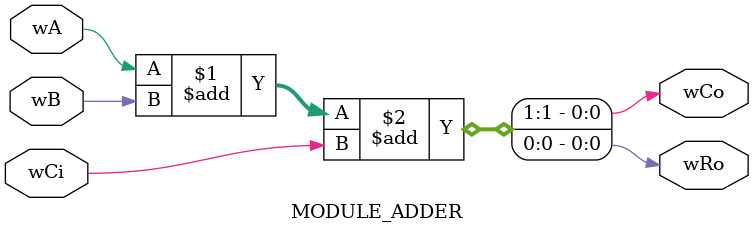
<source format=v>



// 2) 


module IMUL # (parameter FILAMAX=14, parameter COLMAX=15)
(
	input wire [15:0] A,
	input wire [15:0] B,
	output wire [31:0] O 
);

	wire [31:0] Carry [31:0]; //colunmas
	wire [31:0] Temp [31:0]; //filas X colunmas

//primer fila  0 

	genvar fila, col;
	
generate

for(fila = 0 ; fila < FILAMAX ; fila = fila + 1) 
begin : MIS_FILAS
	for(col = 0 ; col < COLMAX ; col = col + 1) 
	begin : MIS_COL

			if(fila == 0) 
			begin

				if (col == 0) 
				begin //condicion inicial

						MODULE_ADDER bloquecito0C0 (.wA(A[0]&B[0]),.wB(0),
									    .wCi(0),
									   .wCo(Carry[0][0]),.wRo(Temp[0][0]));
															 
						assign O[fila] = Temp[fila][0];
  
				end //end col ==0
				 
				if (col > 0 && col < COLMAX) 
				begin
				 
					MODULE_ADDER bloquecito0CX (.wA(A[col]&B[0]),.wB(A[col+1]&B[1]),
								    .wCi(Carry[0][col]),
								    .wCo(Carry[0][col]),.wRo(Temp[0][col]));
						
					end //end col X
						
				if (col == COLMAX) 
				begin
				 
					MODULE_ADDER bloquecito0Cmax (.wA(0),.wB(A[col+1]&B[1]),
								      .wCi(Carry[0][col]),
								      .wCo(Carry[0][col]),.wRo(Temp[0][col]));
				end //end fila max
			
		end //fila 0
			
		// fila X
		if(fila > 0 && fila <  FILAMAX) 
		begin
				
			if(col==0) 
			begin
			
				MODULE_ADDER bloquecitoXC0 (.wA(A[col]&B[fila+1]),.wB(Temp[fila-1][col+1]),
							    .wCi(Carry[fila][col]),
							    .wCo(Carry[fila][col]), .wRo(Temp[fila][col]));
				 
				assign O[fila] = Temp[fila][0];  //assign O[fila] = Temp[fila][0]

			end //end col 0

			if(col > 0 && col < COLMAX) 
			begin

				MODULE_ADDER bloquecitoXCX (.wA(A[col]&B[fila+1]),.wB(Temp[fila-1][col+1]),
							    .wCi(Carry[fila][col]),
							   .wCo(Carry[fila][col]), .wRo(Temp[fila][col]));
			 
			end //end col X

			if(col==COLMAX)
			begin
					
				MODULE_ADDER bloquecitoXCmax (.wA(A[col]&B[fila+1]),.wB(Carry[fila-1][col]),
							      .wCi(Carry[fila][col]),
							      .wCo(Carry[fila][col]), .wRo(Temp[fila][col]));
			end //end col max

		end //end if fila = X


		if (fila == FILAMAX) 
		begin

			if(col==0) begin
				MODULE_ADDER bloquecitomaxC0 (.wA(A[col]&B[fila+1]),.wB(Temp[fila-1][col+1]),
							      .wCi(Carry[fila][col]),
							      .wCo(Carry[fila][col]), .wRo(O[fila+col]));
				 

			end //end col 0

			if(col > 0 && col < COLMAX) 
			begin

				MODULE_ADDER bloquecitomaxCX (.wA(A[col]&B[fila+1]),.wB(Temp[fila-1][col+1]),
														.wCi(Carry[fila][col]),
														.wCo(Carry[fila][col]), .wRo(O[fila+col]));
													 
				//ASI ES ?? assign O[fila+col] = Temp[fila][col];
			end//end col X

			if(col==COLMAX)
			begin
					
				MODULE_ADDER bloquecitomaxCmax (.wA(A[col]&B[fila+1]),.wB(Carry[fila-1][col]),
														  .wCi(Carry[fila][col]),
														  .wCo(Carry[fila][col]), .wRo(O[fila+col]));
														
				//ASI ES ?? assign O[fila+col] = Temp[fila][col];
			end //end col max

		end //end if FILAMAX


	end //end for col
end //end for filas

endgenerate

endmodule

   

module MODULE_ADDER
(
    input  wire  	wA,
    input  wire  	wB, //Resultado anterior
    input  wire  	wCi,
    output wire  	wCo,
    output wire 	wRo
);

assign {wCo,wRo} = wA + wB + wCi;

endmodule

</source>
